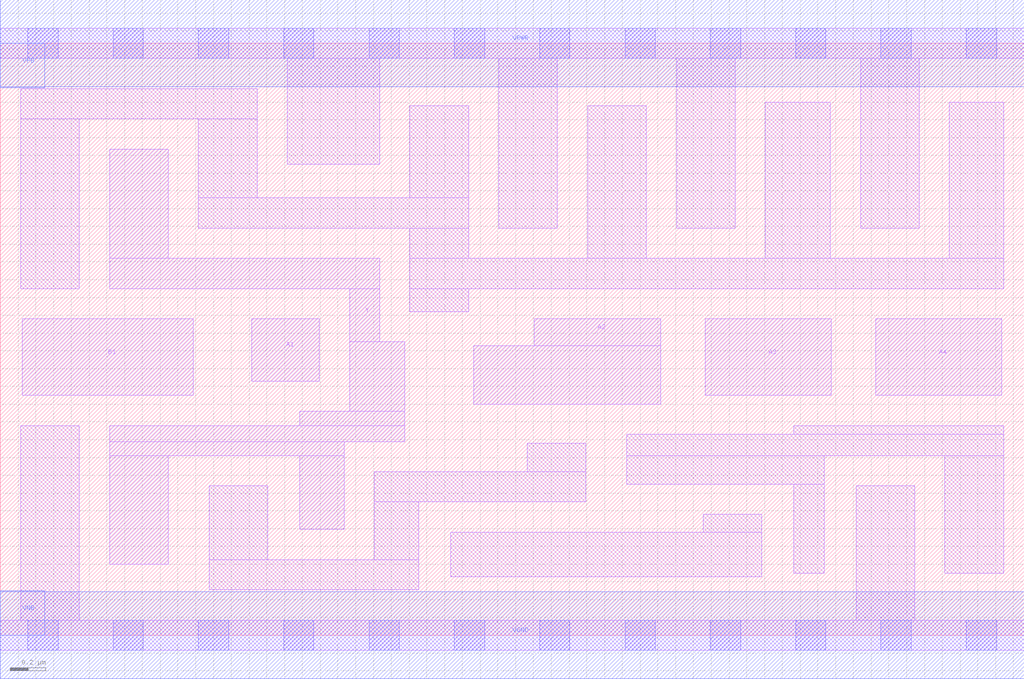
<source format=lef>
# Copyright 2020 The SkyWater PDK Authors
#
# Licensed under the Apache License, Version 2.0 (the "License");
# you may not use this file except in compliance with the License.
# You may obtain a copy of the License at
#
#     https://www.apache.org/licenses/LICENSE-2.0
#
# Unless required by applicable law or agreed to in writing, software
# distributed under the License is distributed on an "AS IS" BASIS,
# WITHOUT WARRANTIES OR CONDITIONS OF ANY KIND, either express or implied.
# See the License for the specific language governing permissions and
# limitations under the License.
#
# SPDX-License-Identifier: Apache-2.0

VERSION 5.5 ;
NAMESCASESENSITIVE ON ;
BUSBITCHARS "[]" ;
DIVIDERCHAR "/" ;
MACRO sky130_fd_sc_hs__a41oi_2
  CLASS CORE ;
  SOURCE USER ;
  ORIGIN  0.000000  0.000000 ;
  SIZE  5.760000 BY  3.330000 ;
  SYMMETRY X Y ;
  SITE unit ;
  PIN A1
    ANTENNAGATEAREA  0.558000 ;
    DIRECTION INPUT ;
    USE SIGNAL ;
    PORT
      LAYER li1 ;
        RECT 1.415000 1.430000 1.795000 1.780000 ;
    END
  END A1
  PIN A2
    ANTENNAGATEAREA  0.558000 ;
    DIRECTION INPUT ;
    USE SIGNAL ;
    PORT
      LAYER li1 ;
        RECT 2.665000 1.300000 3.715000 1.630000 ;
        RECT 3.005000 1.630000 3.715000 1.780000 ;
    END
  END A2
  PIN A3
    ANTENNAGATEAREA  0.558000 ;
    DIRECTION INPUT ;
    USE SIGNAL ;
    PORT
      LAYER li1 ;
        RECT 3.965000 1.350000 4.675000 1.780000 ;
    END
  END A3
  PIN A4
    ANTENNAGATEAREA  0.558000 ;
    DIRECTION INPUT ;
    USE SIGNAL ;
    PORT
      LAYER li1 ;
        RECT 4.925000 1.350000 5.635000 1.780000 ;
    END
  END A4
  PIN B1
    ANTENNAGATEAREA  0.447000 ;
    DIRECTION INPUT ;
    USE SIGNAL ;
    PORT
      LAYER li1 ;
        RECT 0.125000 1.350000 1.085000 1.780000 ;
    END
  END B1
  PIN Y
    ANTENNADIFFAREA  0.810100 ;
    DIRECTION OUTPUT ;
    USE SIGNAL ;
    PORT
      LAYER li1 ;
        RECT 0.615000 0.400000 0.945000 1.010000 ;
        RECT 0.615000 1.010000 1.935000 1.090000 ;
        RECT 0.615000 1.090000 2.275000 1.180000 ;
        RECT 0.615000 1.950000 2.135000 2.120000 ;
        RECT 0.615000 2.120000 0.945000 2.735000 ;
        RECT 1.685000 0.595000 1.935000 1.010000 ;
        RECT 1.685000 1.180000 2.275000 1.260000 ;
        RECT 1.965000 1.260000 2.275000 1.650000 ;
        RECT 1.965000 1.650000 2.135000 1.950000 ;
    END
  END Y
  PIN VGND
    DIRECTION INOUT ;
    USE GROUND ;
    PORT
      LAYER met1 ;
        RECT 0.000000 -0.245000 5.760000 0.245000 ;
    END
  END VGND
  PIN VNB
    DIRECTION INOUT ;
    USE GROUND ;
    PORT
      LAYER met1 ;
        RECT 0.000000 0.000000 0.250000 0.250000 ;
    END
  END VNB
  PIN VPB
    DIRECTION INOUT ;
    USE POWER ;
    PORT
      LAYER met1 ;
        RECT 0.000000 3.080000 0.250000 3.330000 ;
    END
  END VPB
  PIN VPWR
    DIRECTION INOUT ;
    USE POWER ;
    PORT
      LAYER met1 ;
        RECT 0.000000 3.085000 5.760000 3.575000 ;
    END
  END VPWR
  OBS
    LAYER li1 ;
      RECT 0.000000 -0.085000 5.760000 0.085000 ;
      RECT 0.000000  3.245000 5.760000 3.415000 ;
      RECT 0.115000  0.085000 0.445000 1.180000 ;
      RECT 0.115000  1.950000 0.445000 2.905000 ;
      RECT 0.115000  2.905000 1.445000 3.075000 ;
      RECT 1.115000  2.290000 2.635000 2.460000 ;
      RECT 1.115000  2.460000 1.445000 2.905000 ;
      RECT 1.175000  0.255000 2.355000 0.425000 ;
      RECT 1.175000  0.425000 1.505000 0.840000 ;
      RECT 1.615000  2.650000 2.135000 3.245000 ;
      RECT 2.105000  0.425000 2.355000 0.750000 ;
      RECT 2.105000  0.750000 3.295000 0.920000 ;
      RECT 2.305000  1.820000 2.635000 1.950000 ;
      RECT 2.305000  1.950000 5.645000 2.120000 ;
      RECT 2.305000  2.120000 2.635000 2.290000 ;
      RECT 2.305000  2.460000 2.635000 2.980000 ;
      RECT 2.535000  0.330000 4.285000 0.580000 ;
      RECT 2.805000  2.290000 3.135000 3.245000 ;
      RECT 2.965000  0.920000 3.295000 1.080000 ;
      RECT 3.305000  2.120000 3.635000 2.980000 ;
      RECT 3.525000  0.850000 4.635000 1.010000 ;
      RECT 3.525000  1.010000 5.645000 1.130000 ;
      RECT 3.805000  2.290000 4.135000 3.245000 ;
      RECT 3.955000  0.580000 4.285000 0.680000 ;
      RECT 4.305000  2.120000 4.670000 3.000000 ;
      RECT 4.465000  0.350000 4.635000 0.850000 ;
      RECT 4.465000  1.130000 5.645000 1.180000 ;
      RECT 4.815000  0.085000 5.145000 0.840000 ;
      RECT 4.840000  2.290000 5.170000 3.245000 ;
      RECT 5.315000  0.350000 5.645000 1.010000 ;
      RECT 5.340000  2.120000 5.645000 3.000000 ;
    LAYER mcon ;
      RECT 0.155000 -0.085000 0.325000 0.085000 ;
      RECT 0.155000  3.245000 0.325000 3.415000 ;
      RECT 0.635000 -0.085000 0.805000 0.085000 ;
      RECT 0.635000  3.245000 0.805000 3.415000 ;
      RECT 1.115000 -0.085000 1.285000 0.085000 ;
      RECT 1.115000  3.245000 1.285000 3.415000 ;
      RECT 1.595000 -0.085000 1.765000 0.085000 ;
      RECT 1.595000  3.245000 1.765000 3.415000 ;
      RECT 2.075000 -0.085000 2.245000 0.085000 ;
      RECT 2.075000  3.245000 2.245000 3.415000 ;
      RECT 2.555000 -0.085000 2.725000 0.085000 ;
      RECT 2.555000  3.245000 2.725000 3.415000 ;
      RECT 3.035000 -0.085000 3.205000 0.085000 ;
      RECT 3.035000  3.245000 3.205000 3.415000 ;
      RECT 3.515000 -0.085000 3.685000 0.085000 ;
      RECT 3.515000  3.245000 3.685000 3.415000 ;
      RECT 3.995000 -0.085000 4.165000 0.085000 ;
      RECT 3.995000  3.245000 4.165000 3.415000 ;
      RECT 4.475000 -0.085000 4.645000 0.085000 ;
      RECT 4.475000  3.245000 4.645000 3.415000 ;
      RECT 4.955000 -0.085000 5.125000 0.085000 ;
      RECT 4.955000  3.245000 5.125000 3.415000 ;
      RECT 5.435000 -0.085000 5.605000 0.085000 ;
      RECT 5.435000  3.245000 5.605000 3.415000 ;
  END
END sky130_fd_sc_hs__a41oi_2

</source>
